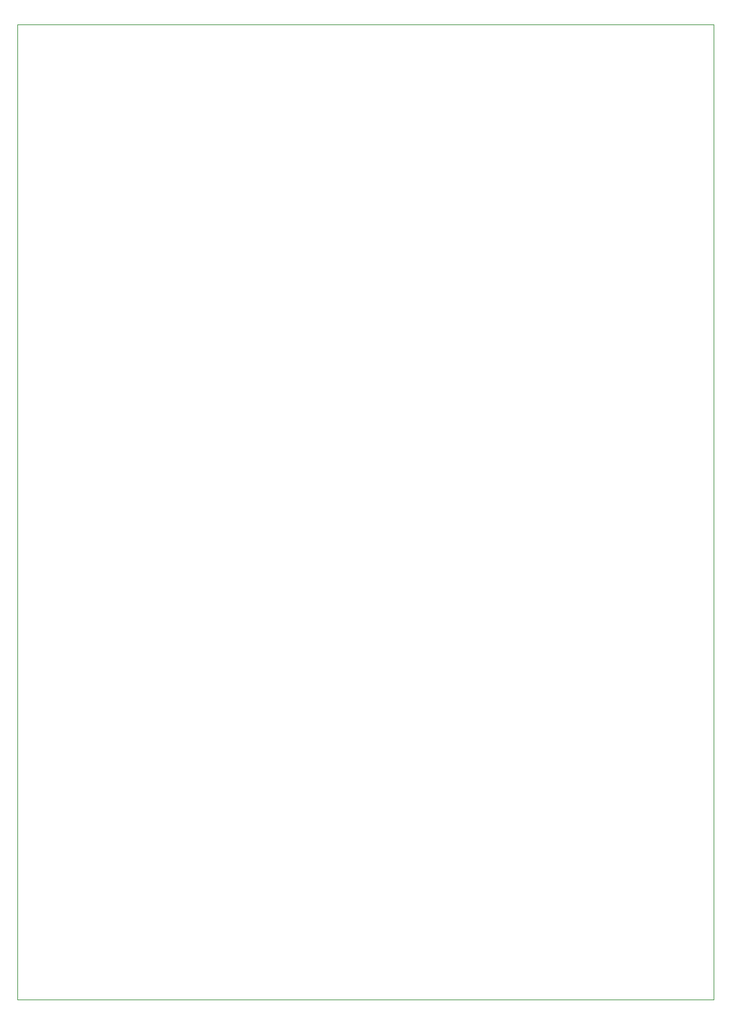
<source format=gbr>
%TF.GenerationSoftware,KiCad,Pcbnew,9.0.7*%
%TF.CreationDate,2026-02-16T10:21:59+00:00*%
%TF.ProjectId,VANDIMMER-8CH,56414e44-494d-44d4-9552-2d3843482e6b,rev?*%
%TF.SameCoordinates,Original*%
%TF.FileFunction,Profile,NP*%
%FSLAX46Y46*%
G04 Gerber Fmt 4.6, Leading zero omitted, Abs format (unit mm)*
G04 Created by KiCad (PCBNEW 9.0.7) date 2026-02-16 10:21:59*
%MOMM*%
%LPD*%
G01*
G04 APERTURE LIST*
%TA.AperFunction,Profile*%
%ADD10C,0.050000*%
%TD*%
G04 APERTURE END LIST*
D10*
X31750000Y-35560000D02*
X123350000Y-35560000D01*
X123350000Y-163830000D01*
X31750000Y-163830000D01*
X31750000Y-35560000D01*
M02*

</source>
